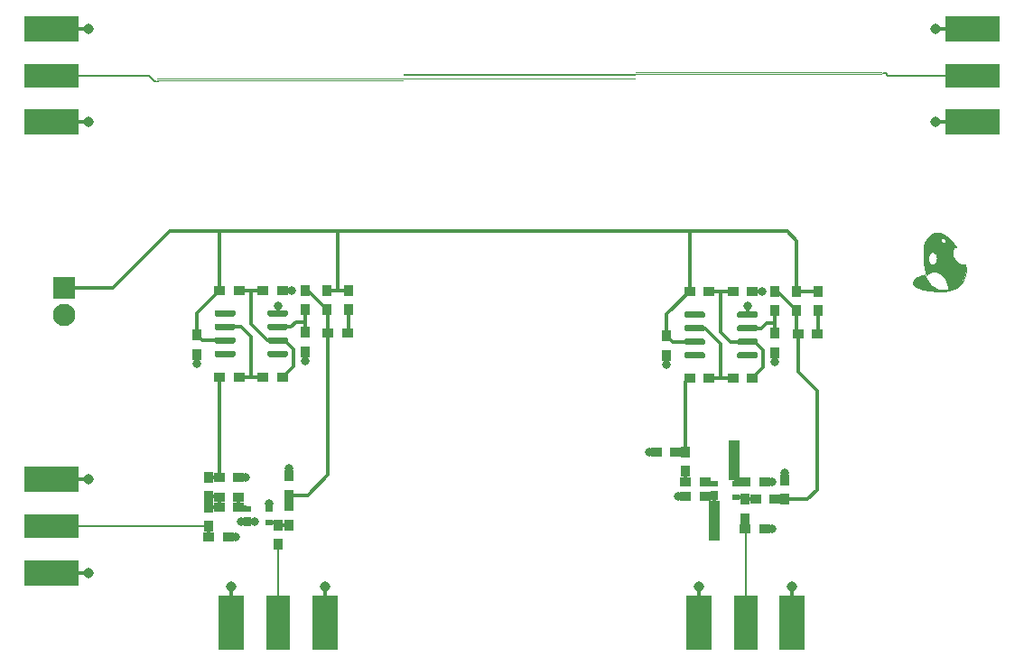
<source format=gbr>
%TF.GenerationSoftware,KiCad,Pcbnew,(5.1.6-0-10_14)*%
%TF.CreationDate,2021-11-23T23:31:24-06:00*%
%TF.ProjectId,EE514 Board (JLC),45453531-3420-4426-9f61-726420284a4c,rev?*%
%TF.SameCoordinates,Original*%
%TF.FileFunction,Copper,L1,Top*%
%TF.FilePolarity,Positive*%
%FSLAX46Y46*%
G04 Gerber Fmt 4.6, Leading zero omitted, Abs format (unit mm)*
G04 Created by KiCad (PCBNEW (5.1.6-0-10_14)) date 2021-11-23 23:31:24*
%MOMM*%
%LPD*%
G01*
G04 APERTURE LIST*
%TA.AperFunction,EtchedComponent*%
%ADD10C,0.010000*%
%TD*%
%TA.AperFunction,EtchedComponent*%
%ADD11C,0.100000*%
%TD*%
%TA.AperFunction,Conductor*%
%ADD12R,0.950000X0.460000*%
%TD*%
%TA.AperFunction,ViaPad*%
%ADD13C,0.970000*%
%TD*%
%TA.AperFunction,SMDPad,CuDef*%
%ADD14R,5.080000X2.420000*%
%TD*%
%TA.AperFunction,SMDPad,CuDef*%
%ADD15R,5.080000X2.290000*%
%TD*%
%TA.AperFunction,SMDPad,CuDef*%
%ADD16R,1.066800X3.810000*%
%TD*%
%TA.AperFunction,SMDPad,CuDef*%
%ADD17R,0.950000X0.975000*%
%TD*%
%TA.AperFunction,SMDPad,CuDef*%
%ADD18R,0.975000X0.950000*%
%TD*%
%TA.AperFunction,SMDPad,CuDef*%
%ADD19R,0.800000X0.600000*%
%TD*%
%TA.AperFunction,SMDPad,CuDef*%
%ADD20R,0.800000X0.900000*%
%TD*%
%TA.AperFunction,SMDPad,CuDef*%
%ADD21R,2.290000X5.080000*%
%TD*%
%TA.AperFunction,SMDPad,CuDef*%
%ADD22R,2.420000X5.080000*%
%TD*%
%TA.AperFunction,Conductor*%
%ADD23R,0.460000X0.950000*%
%TD*%
%TA.AperFunction,ComponentPad*%
%ADD24C,2.100000*%
%TD*%
%TA.AperFunction,ComponentPad*%
%ADD25R,2.100000X2.100000*%
%TD*%
%TA.AperFunction,SMDPad,CuDef*%
%ADD26R,0.076200X0.076200*%
%TD*%
%TA.AperFunction,ViaPad*%
%ADD27C,0.800000*%
%TD*%
%TA.AperFunction,Conductor*%
%ADD28C,0.304800*%
%TD*%
%TA.AperFunction,Conductor*%
%ADD29C,0.177800*%
%TD*%
%TA.AperFunction,Conductor*%
%ADD30C,0.355600*%
%TD*%
%TA.AperFunction,Conductor*%
%ADD31C,0.090170*%
%TD*%
G04 APERTURE END LIST*
D10*
%TO.C,G\u002A\u002A\u002A*%
G36*
X192818401Y-94559332D02*
G01*
X193069569Y-94646463D01*
X193326446Y-94784445D01*
X193586925Y-94972331D01*
X193848894Y-95209173D01*
X194110245Y-95494023D01*
X194126993Y-95513977D01*
X194215541Y-95621027D01*
X194289290Y-95712102D01*
X194341508Y-95778743D01*
X194365464Y-95812492D01*
X194366273Y-95814611D01*
X194343459Y-95834427D01*
X194287562Y-95863752D01*
X194280130Y-95867095D01*
X194211620Y-95914375D01*
X194141135Y-95988229D01*
X194117852Y-96020090D01*
X194080943Y-96081462D01*
X194058326Y-96140112D01*
X194046586Y-96212723D01*
X194042303Y-96315980D01*
X194041889Y-96390939D01*
X194043722Y-96519427D01*
X194052284Y-96612584D01*
X194072170Y-96691479D01*
X194107972Y-96777187D01*
X194140647Y-96843923D01*
X194271754Y-97056529D01*
X194429970Y-97230773D01*
X194609162Y-97362251D01*
X194803194Y-97446558D01*
X195005931Y-97479289D01*
X195025918Y-97479556D01*
X195209109Y-97479556D01*
X195243771Y-97641834D01*
X195268415Y-97809475D01*
X195278862Y-98000899D01*
X195275419Y-98196090D01*
X195258391Y-98375035D01*
X195230532Y-98509667D01*
X195127511Y-98759438D01*
X194971969Y-98993169D01*
X194766151Y-99208486D01*
X194512301Y-99403013D01*
X194234608Y-99563424D01*
X194146095Y-99603039D01*
X194032261Y-99647138D01*
X193908490Y-99690580D01*
X193790164Y-99728222D01*
X193692667Y-99754922D01*
X193631383Y-99765538D01*
X193629890Y-99765556D01*
X193619371Y-99739702D01*
X193608279Y-99671479D01*
X193598810Y-99574895D01*
X193597809Y-99560945D01*
X193555618Y-99300182D01*
X193463880Y-99051974D01*
X193332463Y-98826079D01*
X193142809Y-98592367D01*
X192923033Y-98405069D01*
X192715445Y-98282539D01*
X192481175Y-98188499D01*
X192264130Y-98145340D01*
X192066302Y-98152895D01*
X191889689Y-98210999D01*
X191736285Y-98319483D01*
X191689490Y-98368134D01*
X191600213Y-98469815D01*
X191569334Y-98390963D01*
X191527337Y-98264552D01*
X191482248Y-98096170D01*
X191437097Y-97899957D01*
X191394915Y-97690053D01*
X191358733Y-97480599D01*
X191331582Y-97285734D01*
X191330550Y-97276924D01*
X191311057Y-97056880D01*
X191304890Y-96923073D01*
X191742398Y-96923073D01*
X191758868Y-97104582D01*
X191806052Y-97258072D01*
X191878721Y-97378736D01*
X191971650Y-97461767D01*
X192079611Y-97502360D01*
X192197379Y-97495706D01*
X192309104Y-97444249D01*
X192418274Y-97340117D01*
X192498322Y-97199194D01*
X192546565Y-97034558D01*
X192560323Y-96859288D01*
X192536913Y-96686460D01*
X192490386Y-96560274D01*
X192404323Y-96432047D01*
X192303862Y-96353113D01*
X192195491Y-96320324D01*
X192085697Y-96330533D01*
X191980967Y-96380595D01*
X191887790Y-96467362D01*
X191812651Y-96587688D01*
X191762040Y-96738426D01*
X191742442Y-96916430D01*
X191742398Y-96923073D01*
X191304890Y-96923073D01*
X191299917Y-96815193D01*
X191296891Y-96565018D01*
X191301741Y-96319511D01*
X191314226Y-96091825D01*
X191334108Y-95895118D01*
X191358227Y-95755001D01*
X191450451Y-95434879D01*
X191571077Y-95160609D01*
X191594293Y-95125020D01*
X192902232Y-95125020D01*
X192908141Y-95214201D01*
X192959827Y-95312012D01*
X192994845Y-95351600D01*
X193085888Y-95417864D01*
X193182956Y-95449061D01*
X193270306Y-95442154D01*
X193316578Y-95413689D01*
X193341775Y-95357178D01*
X193349382Y-95272231D01*
X193338958Y-95184188D01*
X193321386Y-95135548D01*
X193276010Y-95084125D01*
X193209898Y-95038626D01*
X193095932Y-95001271D01*
X193002450Y-95009353D01*
X192935776Y-95053670D01*
X192902232Y-95125020D01*
X191594293Y-95125020D01*
X191719362Y-94933305D01*
X191894564Y-94754081D01*
X192095940Y-94624051D01*
X192120259Y-94612523D01*
X192341637Y-94541414D01*
X192575054Y-94524000D01*
X192818401Y-94559332D01*
G37*
X192818401Y-94559332D02*
X193069569Y-94646463D01*
X193326446Y-94784445D01*
X193586925Y-94972331D01*
X193848894Y-95209173D01*
X194110245Y-95494023D01*
X194126993Y-95513977D01*
X194215541Y-95621027D01*
X194289290Y-95712102D01*
X194341508Y-95778743D01*
X194365464Y-95812492D01*
X194366273Y-95814611D01*
X194343459Y-95834427D01*
X194287562Y-95863752D01*
X194280130Y-95867095D01*
X194211620Y-95914375D01*
X194141135Y-95988229D01*
X194117852Y-96020090D01*
X194080943Y-96081462D01*
X194058326Y-96140112D01*
X194046586Y-96212723D01*
X194042303Y-96315980D01*
X194041889Y-96390939D01*
X194043722Y-96519427D01*
X194052284Y-96612584D01*
X194072170Y-96691479D01*
X194107972Y-96777187D01*
X194140647Y-96843923D01*
X194271754Y-97056529D01*
X194429970Y-97230773D01*
X194609162Y-97362251D01*
X194803194Y-97446558D01*
X195005931Y-97479289D01*
X195025918Y-97479556D01*
X195209109Y-97479556D01*
X195243771Y-97641834D01*
X195268415Y-97809475D01*
X195278862Y-98000899D01*
X195275419Y-98196090D01*
X195258391Y-98375035D01*
X195230532Y-98509667D01*
X195127511Y-98759438D01*
X194971969Y-98993169D01*
X194766151Y-99208486D01*
X194512301Y-99403013D01*
X194234608Y-99563424D01*
X194146095Y-99603039D01*
X194032261Y-99647138D01*
X193908490Y-99690580D01*
X193790164Y-99728222D01*
X193692667Y-99754922D01*
X193631383Y-99765538D01*
X193629890Y-99765556D01*
X193619371Y-99739702D01*
X193608279Y-99671479D01*
X193598810Y-99574895D01*
X193597809Y-99560945D01*
X193555618Y-99300182D01*
X193463880Y-99051974D01*
X193332463Y-98826079D01*
X193142809Y-98592367D01*
X192923033Y-98405069D01*
X192715445Y-98282539D01*
X192481175Y-98188499D01*
X192264130Y-98145340D01*
X192066302Y-98152895D01*
X191889689Y-98210999D01*
X191736285Y-98319483D01*
X191689490Y-98368134D01*
X191600213Y-98469815D01*
X191569334Y-98390963D01*
X191527337Y-98264552D01*
X191482248Y-98096170D01*
X191437097Y-97899957D01*
X191394915Y-97690053D01*
X191358733Y-97480599D01*
X191331582Y-97285734D01*
X191330550Y-97276924D01*
X191311057Y-97056880D01*
X191304890Y-96923073D01*
X191742398Y-96923073D01*
X191758868Y-97104582D01*
X191806052Y-97258072D01*
X191878721Y-97378736D01*
X191971650Y-97461767D01*
X192079611Y-97502360D01*
X192197379Y-97495706D01*
X192309104Y-97444249D01*
X192418274Y-97340117D01*
X192498322Y-97199194D01*
X192546565Y-97034558D01*
X192560323Y-96859288D01*
X192536913Y-96686460D01*
X192490386Y-96560274D01*
X192404323Y-96432047D01*
X192303862Y-96353113D01*
X192195491Y-96320324D01*
X192085697Y-96330533D01*
X191980967Y-96380595D01*
X191887790Y-96467362D01*
X191812651Y-96587688D01*
X191762040Y-96738426D01*
X191742442Y-96916430D01*
X191742398Y-96923073D01*
X191304890Y-96923073D01*
X191299917Y-96815193D01*
X191296891Y-96565018D01*
X191301741Y-96319511D01*
X191314226Y-96091825D01*
X191334108Y-95895118D01*
X191358227Y-95755001D01*
X191450451Y-95434879D01*
X191571077Y-95160609D01*
X191594293Y-95125020D01*
X192902232Y-95125020D01*
X192908141Y-95214201D01*
X192959827Y-95312012D01*
X192994845Y-95351600D01*
X193085888Y-95417864D01*
X193182956Y-95449061D01*
X193270306Y-95442154D01*
X193316578Y-95413689D01*
X193341775Y-95357178D01*
X193349382Y-95272231D01*
X193338958Y-95184188D01*
X193321386Y-95135548D01*
X193276010Y-95084125D01*
X193209898Y-95038626D01*
X193095932Y-95001271D01*
X193002450Y-95009353D01*
X192935776Y-95053670D01*
X192902232Y-95125020D01*
X191594293Y-95125020D01*
X191719362Y-94933305D01*
X191894564Y-94754081D01*
X192095940Y-94624051D01*
X192120259Y-94612523D01*
X192341637Y-94541414D01*
X192575054Y-94524000D01*
X192818401Y-94559332D01*
G36*
X191428768Y-98474008D02*
G01*
X191456313Y-98539733D01*
X191494035Y-98630307D01*
X191498065Y-98640009D01*
X191645115Y-98941542D01*
X191819532Y-99207540D01*
X192016813Y-99432636D01*
X192232455Y-99611462D01*
X192393309Y-99706935D01*
X192553528Y-99780200D01*
X192702468Y-99830629D01*
X192855907Y-99861112D01*
X193029625Y-99874540D01*
X193239398Y-99873804D01*
X193294000Y-99871951D01*
X193461206Y-99863497D01*
X193591895Y-99850575D01*
X193705981Y-99829867D01*
X193823381Y-99798054D01*
X193914889Y-99768512D01*
X194248964Y-99630533D01*
X194549383Y-99450359D01*
X194825709Y-99222100D01*
X194866888Y-99182145D01*
X194967403Y-99084746D01*
X195031020Y-99028780D01*
X195058171Y-99014851D01*
X195049287Y-99043565D01*
X195004800Y-99115525D01*
X194925141Y-99231337D01*
X194913633Y-99247652D01*
X194734820Y-99452448D01*
X194509229Y-99628514D01*
X194239451Y-99774478D01*
X193928078Y-99888968D01*
X193577704Y-99970611D01*
X193533889Y-99978018D01*
X193411756Y-99992237D01*
X193248176Y-100003345D01*
X193058073Y-100011071D01*
X192856372Y-100015141D01*
X192658000Y-100015285D01*
X192477880Y-100011231D01*
X192330939Y-100002706D01*
X192306222Y-100000377D01*
X192125573Y-99979385D01*
X191922248Y-99951746D01*
X191710384Y-99919752D01*
X191504118Y-99885693D01*
X191317587Y-99851860D01*
X191164928Y-99820544D01*
X191098168Y-99804616D01*
X190841389Y-99724317D01*
X190633637Y-99629741D01*
X190475979Y-99522433D01*
X190369482Y-99403938D01*
X190315213Y-99275801D01*
X190314239Y-99139566D01*
X190367626Y-98996778D01*
X190454923Y-98873300D01*
X190590379Y-98752396D01*
X190776859Y-98644699D01*
X191010015Y-98552475D01*
X191150245Y-98510854D01*
X191262983Y-98481390D01*
X191352373Y-98459368D01*
X191406503Y-98447648D01*
X191417118Y-98446780D01*
X191428768Y-98474008D01*
G37*
X191428768Y-98474008D02*
X191456313Y-98539733D01*
X191494035Y-98630307D01*
X191498065Y-98640009D01*
X191645115Y-98941542D01*
X191819532Y-99207540D01*
X192016813Y-99432636D01*
X192232455Y-99611462D01*
X192393309Y-99706935D01*
X192553528Y-99780200D01*
X192702468Y-99830629D01*
X192855907Y-99861112D01*
X193029625Y-99874540D01*
X193239398Y-99873804D01*
X193294000Y-99871951D01*
X193461206Y-99863497D01*
X193591895Y-99850575D01*
X193705981Y-99829867D01*
X193823381Y-99798054D01*
X193914889Y-99768512D01*
X194248964Y-99630533D01*
X194549383Y-99450359D01*
X194825709Y-99222100D01*
X194866888Y-99182145D01*
X194967403Y-99084746D01*
X195031020Y-99028780D01*
X195058171Y-99014851D01*
X195049287Y-99043565D01*
X195004800Y-99115525D01*
X194925141Y-99231337D01*
X194913633Y-99247652D01*
X194734820Y-99452448D01*
X194509229Y-99628514D01*
X194239451Y-99774478D01*
X193928078Y-99888968D01*
X193577704Y-99970611D01*
X193533889Y-99978018D01*
X193411756Y-99992237D01*
X193248176Y-100003345D01*
X193058073Y-100011071D01*
X192856372Y-100015141D01*
X192658000Y-100015285D01*
X192477880Y-100011231D01*
X192330939Y-100002706D01*
X192306222Y-100000377D01*
X192125573Y-99979385D01*
X191922248Y-99951746D01*
X191710384Y-99919752D01*
X191504118Y-99885693D01*
X191317587Y-99851860D01*
X191164928Y-99820544D01*
X191098168Y-99804616D01*
X190841389Y-99724317D01*
X190633637Y-99629741D01*
X190475979Y-99522433D01*
X190369482Y-99403938D01*
X190315213Y-99275801D01*
X190314239Y-99139566D01*
X190367626Y-98996778D01*
X190454923Y-98873300D01*
X190590379Y-98752396D01*
X190776859Y-98644699D01*
X191010015Y-98552475D01*
X191150245Y-98510854D01*
X191262983Y-98481390D01*
X191352373Y-98459368D01*
X191406503Y-98447648D01*
X191417118Y-98446780D01*
X191428768Y-98474008D01*
D11*
%TO.C,FL101*%
G36*
X142582899Y-80219551D02*
G01*
X142582900Y-80308450D01*
X119468900Y-80308451D01*
X119468900Y-80219550D01*
X142582899Y-80219551D01*
G37*
G36*
X187464699Y-79475331D02*
G01*
X187464700Y-79564230D01*
X164350700Y-79564231D01*
X164350700Y-79475330D01*
X187464699Y-79475331D01*
G37*
G36*
X187464699Y-79653131D02*
G01*
X187464700Y-79742030D01*
X164350700Y-79742031D01*
X164350700Y-79653130D01*
X187464699Y-79653131D01*
G37*
G36*
X164350700Y-79644239D02*
G01*
X164350701Y-79750919D01*
X142582901Y-79750919D01*
X142582901Y-79644239D01*
X164350700Y-79644239D01*
G37*
G36*
X164350699Y-80032860D02*
G01*
X164350700Y-80139540D01*
X142582900Y-80139540D01*
X142582900Y-80032860D01*
X164350699Y-80032860D01*
G37*
G36*
X142582899Y-80041751D02*
G01*
X142582900Y-80130650D01*
X119468900Y-80130651D01*
X119468900Y-80041750D01*
X142582899Y-80041751D01*
G37*
%TD*%
D12*
%TO.N,GND*%
%TO.C,J102*%
X112533000Y-84136000D03*
X112533000Y-75376000D03*
D13*
X112983000Y-84136000D03*
X112983000Y-75376000D03*
D14*
%TD*%
%TO.P,J102,2*%
%TO.N,GND*%
X109543000Y-84136000D03*
%TO.P,J102,2*%
%TO.N,GND*%
X109543000Y-75376000D03*
D15*
%TO.P,J102,1*%
%TO.N,Net-(FL101-Pad1)*%
X109543000Y-79756000D03*
%TD*%
D16*
%TO.P,C503,1*%
%TO.N,Net-(C503-Pad1)*%
X173583600Y-115849400D03*
%TD*%
%TO.P,C502,1*%
%TO.N,Net-(C502-Pad1)*%
X171704000Y-121539000D03*
%TD*%
D17*
%TO.P,C403,2*%
%TO.N,+5V*%
X167233600Y-104192700D03*
%TO.P,C403,1*%
%TO.N,GND*%
X167233600Y-106017700D03*
%TD*%
%TO.P,C203,2*%
%TO.N,+5V*%
X123190000Y-104116500D03*
%TO.P,C203,1*%
%TO.N,GND*%
X123190000Y-105941500D03*
%TD*%
%TO.P,U401,1*%
%TO.N,Net-(U401-Pad1)*%
%TA.AperFunction,SMDPad,CuDef*%
G36*
G01*
X175771000Y-105871800D02*
X175771000Y-106171800D01*
G75*
G02*
X175621000Y-106321800I-150000J0D01*
G01*
X173971000Y-106321800D01*
G75*
G02*
X173821000Y-106171800I0J150000D01*
G01*
X173821000Y-105871800D01*
G75*
G02*
X173971000Y-105721800I150000J0D01*
G01*
X175621000Y-105721800D01*
G75*
G02*
X175771000Y-105871800I0J-150000D01*
G01*
G37*
%TD.AperFunction*%
%TO.P,U401,2*%
%TO.N,Net-(C401-Pad2)*%
%TA.AperFunction,SMDPad,CuDef*%
G36*
G01*
X175771000Y-104601800D02*
X175771000Y-104901800D01*
G75*
G02*
X175621000Y-105051800I-150000J0D01*
G01*
X173971000Y-105051800D01*
G75*
G02*
X173821000Y-104901800I0J150000D01*
G01*
X173821000Y-104601800D01*
G75*
G02*
X173971000Y-104451800I150000J0D01*
G01*
X175621000Y-104451800D01*
G75*
G02*
X175771000Y-104601800I0J-150000D01*
G01*
G37*
%TD.AperFunction*%
%TO.P,U401,3*%
%TO.N,Net-(R403-Pad1)*%
%TA.AperFunction,SMDPad,CuDef*%
G36*
G01*
X175771000Y-103331800D02*
X175771000Y-103631800D01*
G75*
G02*
X175621000Y-103781800I-150000J0D01*
G01*
X173971000Y-103781800D01*
G75*
G02*
X173821000Y-103631800I0J150000D01*
G01*
X173821000Y-103331800D01*
G75*
G02*
X173971000Y-103181800I150000J0D01*
G01*
X175621000Y-103181800D01*
G75*
G02*
X175771000Y-103331800I0J-150000D01*
G01*
G37*
%TD.AperFunction*%
%TO.P,U401,4*%
%TO.N,GND*%
%TA.AperFunction,SMDPad,CuDef*%
G36*
G01*
X175771000Y-102061800D02*
X175771000Y-102361800D01*
G75*
G02*
X175621000Y-102511800I-150000J0D01*
G01*
X173971000Y-102511800D01*
G75*
G02*
X173821000Y-102361800I0J150000D01*
G01*
X173821000Y-102061800D01*
G75*
G02*
X173971000Y-101911800I150000J0D01*
G01*
X175621000Y-101911800D01*
G75*
G02*
X175771000Y-102061800I0J-150000D01*
G01*
G37*
%TD.AperFunction*%
%TO.P,U401,5*%
%TO.N,Net-(U401-Pad5)*%
%TA.AperFunction,SMDPad,CuDef*%
G36*
G01*
X170821000Y-102061800D02*
X170821000Y-102361800D01*
G75*
G02*
X170671000Y-102511800I-150000J0D01*
G01*
X169021000Y-102511800D01*
G75*
G02*
X168871000Y-102361800I0J150000D01*
G01*
X168871000Y-102061800D01*
G75*
G02*
X169021000Y-101911800I150000J0D01*
G01*
X170671000Y-101911800D01*
G75*
G02*
X170821000Y-102061800I0J-150000D01*
G01*
G37*
%TD.AperFunction*%
%TO.P,U401,6*%
%TO.N,Net-(C401-Pad1)*%
%TA.AperFunction,SMDPad,CuDef*%
G36*
G01*
X170821000Y-103331800D02*
X170821000Y-103631800D01*
G75*
G02*
X170671000Y-103781800I-150000J0D01*
G01*
X169021000Y-103781800D01*
G75*
G02*
X168871000Y-103631800I0J150000D01*
G01*
X168871000Y-103331800D01*
G75*
G02*
X169021000Y-103181800I150000J0D01*
G01*
X170671000Y-103181800D01*
G75*
G02*
X170821000Y-103331800I0J-150000D01*
G01*
G37*
%TD.AperFunction*%
%TO.P,U401,7*%
%TO.N,+5V*%
%TA.AperFunction,SMDPad,CuDef*%
G36*
G01*
X170821000Y-104601800D02*
X170821000Y-104901800D01*
G75*
G02*
X170671000Y-105051800I-150000J0D01*
G01*
X169021000Y-105051800D01*
G75*
G02*
X168871000Y-104901800I0J150000D01*
G01*
X168871000Y-104601800D01*
G75*
G02*
X169021000Y-104451800I150000J0D01*
G01*
X170671000Y-104451800D01*
G75*
G02*
X170821000Y-104601800I0J-150000D01*
G01*
G37*
%TD.AperFunction*%
%TO.P,U401,8*%
%TO.N,Net-(U401-Pad8)*%
%TA.AperFunction,SMDPad,CuDef*%
G36*
G01*
X170821000Y-105871800D02*
X170821000Y-106171800D01*
G75*
G02*
X170671000Y-106321800I-150000J0D01*
G01*
X169021000Y-106321800D01*
G75*
G02*
X168871000Y-106171800I0J150000D01*
G01*
X168871000Y-105871800D01*
G75*
G02*
X169021000Y-105721800I150000J0D01*
G01*
X170671000Y-105721800D01*
G75*
G02*
X170821000Y-105871800I0J-150000D01*
G01*
G37*
%TD.AperFunction*%
%TD*%
%TO.P,U201,8*%
%TO.N,Net-(U201-Pad8)*%
%TA.AperFunction,SMDPad,CuDef*%
G36*
G01*
X126777400Y-105726800D02*
X126777400Y-106026800D01*
G75*
G02*
X126627400Y-106176800I-150000J0D01*
G01*
X124977400Y-106176800D01*
G75*
G02*
X124827400Y-106026800I0J150000D01*
G01*
X124827400Y-105726800D01*
G75*
G02*
X124977400Y-105576800I150000J0D01*
G01*
X126627400Y-105576800D01*
G75*
G02*
X126777400Y-105726800I0J-150000D01*
G01*
G37*
%TD.AperFunction*%
%TO.P,U201,7*%
%TO.N,+5V*%
%TA.AperFunction,SMDPad,CuDef*%
G36*
G01*
X126777400Y-104456800D02*
X126777400Y-104756800D01*
G75*
G02*
X126627400Y-104906800I-150000J0D01*
G01*
X124977400Y-104906800D01*
G75*
G02*
X124827400Y-104756800I0J150000D01*
G01*
X124827400Y-104456800D01*
G75*
G02*
X124977400Y-104306800I150000J0D01*
G01*
X126627400Y-104306800D01*
G75*
G02*
X126777400Y-104456800I0J-150000D01*
G01*
G37*
%TD.AperFunction*%
%TO.P,U201,6*%
%TO.N,Net-(C201-Pad1)*%
%TA.AperFunction,SMDPad,CuDef*%
G36*
G01*
X126777400Y-103186800D02*
X126777400Y-103486800D01*
G75*
G02*
X126627400Y-103636800I-150000J0D01*
G01*
X124977400Y-103636800D01*
G75*
G02*
X124827400Y-103486800I0J150000D01*
G01*
X124827400Y-103186800D01*
G75*
G02*
X124977400Y-103036800I150000J0D01*
G01*
X126627400Y-103036800D01*
G75*
G02*
X126777400Y-103186800I0J-150000D01*
G01*
G37*
%TD.AperFunction*%
%TO.P,U201,5*%
%TO.N,Net-(U201-Pad5)*%
%TA.AperFunction,SMDPad,CuDef*%
G36*
G01*
X126777400Y-101916800D02*
X126777400Y-102216800D01*
G75*
G02*
X126627400Y-102366800I-150000J0D01*
G01*
X124977400Y-102366800D01*
G75*
G02*
X124827400Y-102216800I0J150000D01*
G01*
X124827400Y-101916800D01*
G75*
G02*
X124977400Y-101766800I150000J0D01*
G01*
X126627400Y-101766800D01*
G75*
G02*
X126777400Y-101916800I0J-150000D01*
G01*
G37*
%TD.AperFunction*%
%TO.P,U201,4*%
%TO.N,GND*%
%TA.AperFunction,SMDPad,CuDef*%
G36*
G01*
X131727400Y-101916800D02*
X131727400Y-102216800D01*
G75*
G02*
X131577400Y-102366800I-150000J0D01*
G01*
X129927400Y-102366800D01*
G75*
G02*
X129777400Y-102216800I0J150000D01*
G01*
X129777400Y-101916800D01*
G75*
G02*
X129927400Y-101766800I150000J0D01*
G01*
X131577400Y-101766800D01*
G75*
G02*
X131727400Y-101916800I0J-150000D01*
G01*
G37*
%TD.AperFunction*%
%TO.P,U201,3*%
%TO.N,Net-(R203-Pad1)*%
%TA.AperFunction,SMDPad,CuDef*%
G36*
G01*
X131727400Y-103186800D02*
X131727400Y-103486800D01*
G75*
G02*
X131577400Y-103636800I-150000J0D01*
G01*
X129927400Y-103636800D01*
G75*
G02*
X129777400Y-103486800I0J150000D01*
G01*
X129777400Y-103186800D01*
G75*
G02*
X129927400Y-103036800I150000J0D01*
G01*
X131577400Y-103036800D01*
G75*
G02*
X131727400Y-103186800I0J-150000D01*
G01*
G37*
%TD.AperFunction*%
%TO.P,U201,2*%
%TO.N,Net-(C201-Pad2)*%
%TA.AperFunction,SMDPad,CuDef*%
G36*
G01*
X131727400Y-104456800D02*
X131727400Y-104756800D01*
G75*
G02*
X131577400Y-104906800I-150000J0D01*
G01*
X129927400Y-104906800D01*
G75*
G02*
X129777400Y-104756800I0J150000D01*
G01*
X129777400Y-104456800D01*
G75*
G02*
X129927400Y-104306800I150000J0D01*
G01*
X131577400Y-104306800D01*
G75*
G02*
X131727400Y-104456800I0J-150000D01*
G01*
G37*
%TD.AperFunction*%
%TO.P,U201,1*%
%TO.N,Net-(U201-Pad1)*%
%TA.AperFunction,SMDPad,CuDef*%
G36*
G01*
X131727400Y-105726800D02*
X131727400Y-106026800D01*
G75*
G02*
X131577400Y-106176800I-150000J0D01*
G01*
X129927400Y-106176800D01*
G75*
G02*
X129777400Y-106026800I0J150000D01*
G01*
X129777400Y-105726800D01*
G75*
G02*
X129927400Y-105576800I150000J0D01*
G01*
X131577400Y-105576800D01*
G75*
G02*
X131727400Y-105726800I0J-150000D01*
G01*
G37*
%TD.AperFunction*%
%TD*%
%TO.P,R501,2*%
%TO.N,/Oscillator/V_BASE_BIAS*%
X169011600Y-115089300D03*
%TO.P,R501,1*%
%TO.N,Net-(L501-Pad1)*%
X169011600Y-116914300D03*
%TD*%
%TO.P,R407,2*%
%TO.N,/Oscillator/V_BASE_COLLECTOR*%
X179425600Y-101826700D03*
%TO.P,R407,1*%
%TO.N,+5V*%
X179425600Y-100001700D03*
%TD*%
%TO.P,R406,2*%
%TO.N,Net-(C402-Pad2)*%
X181457600Y-101826700D03*
%TO.P,R406,1*%
%TO.N,+5V*%
X181457600Y-100001700D03*
%TD*%
D18*
%TO.P,R405,2*%
%TO.N,Net-(C401-Pad1)*%
X171194100Y-108153200D03*
%TO.P,R405,1*%
%TO.N,/Oscillator/V_BASE_BIAS*%
X169369100Y-108153200D03*
%TD*%
D17*
%TO.P,R404,2*%
%TO.N,Net-(R403-Pad1)*%
X177393600Y-101826700D03*
%TO.P,R404,1*%
%TO.N,/Oscillator/V_BASE_COLLECTOR*%
X177393600Y-100001700D03*
%TD*%
%TO.P,R403,2*%
%TO.N,GND*%
X177393600Y-105763700D03*
%TO.P,R403,1*%
%TO.N,Net-(R403-Pad1)*%
X177393600Y-103938700D03*
%TD*%
D18*
%TO.P,R402,2*%
%TO.N,GND*%
X175258100Y-100025200D03*
%TO.P,R402,1*%
%TO.N,Net-(C401-Pad2)*%
X173433100Y-100025200D03*
%TD*%
%TO.P,R401,2*%
%TO.N,Net-(C401-Pad2)*%
X171194100Y-100025200D03*
%TO.P,R401,1*%
%TO.N,+5V*%
X169369100Y-100025200D03*
%TD*%
%TO.P,R301,1*%
%TO.N,Net-(C303-Pad1)*%
X127074300Y-119303800D03*
%TO.P,R301,2*%
%TO.N,Net-(C301-Pad1)*%
X125249300Y-119303800D03*
%TD*%
D17*
%TO.P,R207,1*%
%TO.N,+5V*%
X135382000Y-99925500D03*
%TO.P,R207,2*%
%TO.N,/Amplifier/V_BIAS_COLLECTOR*%
X135382000Y-101750500D03*
%TD*%
%TO.P,R206,1*%
%TO.N,+5V*%
X137414000Y-99925500D03*
%TO.P,R206,2*%
%TO.N,Net-(C202-Pad2)*%
X137414000Y-101750500D03*
%TD*%
D18*
%TO.P,R205,1*%
%TO.N,/Amplifier/V_BIAS_BASE*%
X125325500Y-108077000D03*
%TO.P,R205,2*%
%TO.N,Net-(C201-Pad1)*%
X127150500Y-108077000D03*
%TD*%
D17*
%TO.P,R204,1*%
%TO.N,/Amplifier/V_BIAS_COLLECTOR*%
X133350000Y-99925500D03*
%TO.P,R204,2*%
%TO.N,Net-(R203-Pad1)*%
X133350000Y-101750500D03*
%TD*%
%TO.P,R203,1*%
%TO.N,Net-(R203-Pad1)*%
X133350000Y-103862500D03*
%TO.P,R203,2*%
%TO.N,GND*%
X133350000Y-105687500D03*
%TD*%
D18*
%TO.P,R202,1*%
%TO.N,Net-(C201-Pad2)*%
X129389500Y-99949000D03*
%TO.P,R202,2*%
%TO.N,GND*%
X131214500Y-99949000D03*
%TD*%
%TO.P,R201,1*%
%TO.N,+5V*%
X125325500Y-99949000D03*
%TO.P,R201,2*%
%TO.N,Net-(C201-Pad2)*%
X127150500Y-99949000D03*
%TD*%
D19*
%TO.P,Q501,4*%
%TO.N,Net-(C503-Pad1)*%
X173730000Y-118044200D03*
%TO.P,Q501,3*%
%TO.N,Net-(C505-Pad2)*%
X173730000Y-119344200D03*
%TO.P,Q501,1*%
%TO.N,Net-(L501-Pad2)*%
X171710000Y-118044200D03*
D20*
%TO.P,Q501,2*%
%TO.N,Net-(C502-Pad1)*%
X171710000Y-119194200D03*
%TD*%
%TO.P,Q301,2*%
%TO.N,GND*%
X127951800Y-121577600D03*
D19*
%TO.P,Q301,1*%
%TO.N,Net-(C303-Pad1)*%
X127951800Y-120427600D03*
%TO.P,Q301,3*%
%TO.N,Net-(C304-Pad2)*%
X129971800Y-121727600D03*
%TO.P,Q301,4*%
%TO.N,GND*%
X129971800Y-120427600D03*
%TD*%
D18*
%TO.P,L505,2*%
%TO.N,GND*%
X176426500Y-122301000D03*
%TO.P,L505,1*%
%TO.N,/Oscillator/RF_OUT*%
X174601500Y-122301000D03*
%TD*%
%TO.P,L504,2*%
%TO.N,/Oscillator/V_BASE_COLLECTOR*%
X177366300Y-119532400D03*
%TO.P,L504,1*%
%TO.N,Net-(C505-Pad2)*%
X175541300Y-119532400D03*
%TD*%
%TO.P,L503,2*%
%TO.N,GND*%
X176424600Y-117856000D03*
%TO.P,L503,1*%
%TO.N,Net-(C503-Pad1)*%
X174599600Y-117856000D03*
%TD*%
%TO.P,L502,2*%
%TO.N,GND*%
X169013500Y-119227600D03*
%TO.P,L502,1*%
%TO.N,Net-(C502-Pad1)*%
X170838500Y-119227600D03*
%TD*%
%TO.P,L501,2*%
%TO.N,Net-(L501-Pad2)*%
X170838500Y-117856000D03*
%TO.P,L501,1*%
%TO.N,Net-(L501-Pad1)*%
X169013500Y-117856000D03*
%TD*%
D17*
%TO.P,L303,1*%
%TO.N,Net-(C304-Pad2)*%
X131775200Y-121918100D03*
%TO.P,L303,2*%
%TO.N,/Amplifier/V_BIAS_COLLECTOR*%
X131775200Y-120093100D03*
%TD*%
%TO.P,L302,1*%
%TO.N,Net-(C301-Pad1)*%
X124307600Y-119276500D03*
%TO.P,L302,2*%
%TO.N,/Amplifier/V_BIAS_BASE*%
X124307600Y-117451500D03*
%TD*%
D18*
%TO.P,L301,1*%
%TO.N,/Amplifier/RF_IN*%
X124309500Y-123012200D03*
%TO.P,L301,2*%
%TO.N,GND*%
X126134500Y-123012200D03*
%TD*%
D21*
%TO.P,J106,1*%
%TO.N,/Oscillator/RF_OUT*%
X174625000Y-131133000D03*
D22*
%TO.P,J106,2*%
%TO.N,GND*%
X170245000Y-131133000D03*
X179005000Y-131133000D03*
D13*
%TD*%
%TO.N,GND*%
%TO.C,J106*%
X170245000Y-127693000D03*
%TO.N,GND*%
%TO.C,J106*%
X179005000Y-127693000D03*
D23*
X170245000Y-128143000D03*
X179005000Y-128143000D03*
%TD*%
D21*
%TO.P,J105,1*%
%TO.N,/Amplifier/RF_OUT*%
X130810000Y-131133000D03*
D22*
%TO.P,J105,2*%
%TO.N,GND*%
X126430000Y-131133000D03*
X135190000Y-131133000D03*
D13*
%TD*%
%TO.N,GND*%
%TO.C,J105*%
X126430000Y-127693000D03*
%TO.N,GND*%
%TO.C,J105*%
X135190000Y-127693000D03*
D23*
X126430000Y-128143000D03*
X135190000Y-128143000D03*
%TD*%
D12*
%TO.N,GND*%
%TO.C,J104*%
X192913000Y-75376000D03*
X192913000Y-84136000D03*
D13*
X192463000Y-75376000D03*
X192463000Y-84136000D03*
D14*
%TD*%
%TO.P,J104,2*%
%TO.N,GND*%
X195903000Y-75376000D03*
%TO.P,J104,2*%
%TO.N,GND*%
X195903000Y-84136000D03*
D15*
%TO.P,J104,1*%
%TO.N,Net-(FL101-Pad2)*%
X195903000Y-79756000D03*
%TD*%
%TO.P,J103,1*%
%TO.N,/Amplifier/RF_IN*%
X109543000Y-122047000D03*
D14*
%TO.P,J103,2*%
%TO.N,GND*%
X109543000Y-117667000D03*
X109543000Y-126427000D03*
D13*
%TD*%
%TO.N,GND*%
%TO.C,J103*%
X112983000Y-117667000D03*
%TO.N,GND*%
%TO.C,J103*%
X112983000Y-126427000D03*
D12*
X112533000Y-117667000D03*
X112533000Y-126427000D03*
%TD*%
D24*
%TO.P,J101,2*%
%TO.N,GND*%
X110744000Y-102235000D03*
D25*
%TO.P,J101,1*%
%TO.N,+5V*%
X110744000Y-99695000D03*
%TD*%
D26*
%TO.P,FL101,2*%
%TO.N,Net-(FL101-Pad2)*%
X187426600Y-79519780D03*
%TO.P,FL101,1*%
%TO.N,Net-(FL101-Pad1)*%
X119507000Y-80264000D03*
%TD*%
D17*
%TO.P,C505,1*%
%TO.N,/Oscillator/RF_OUT*%
X174599600Y-121359300D03*
%TO.P,C505,2*%
%TO.N,Net-(C505-Pad2)*%
X174599600Y-119534300D03*
%TD*%
%TO.P,C504,1*%
%TO.N,GND*%
X178308000Y-117705500D03*
%TO.P,C504,2*%
%TO.N,/Oscillator/V_BASE_COLLECTOR*%
X178308000Y-119530500D03*
%TD*%
D18*
%TO.P,C501,1*%
%TO.N,GND*%
X166244900Y-115062000D03*
%TO.P,C501,2*%
%TO.N,/Oscillator/V_BASE_BIAS*%
X168069900Y-115062000D03*
%TD*%
%TO.P,C402,1*%
%TO.N,/Oscillator/V_BASE_COLLECTOR*%
X179529100Y-103962200D03*
%TO.P,C402,2*%
%TO.N,Net-(C402-Pad2)*%
X181354100Y-103962200D03*
%TD*%
%TO.P,C401,1*%
%TO.N,Net-(C401-Pad1)*%
X173433100Y-108153200D03*
%TO.P,C401,2*%
%TO.N,Net-(C401-Pad2)*%
X175258100Y-108153200D03*
%TD*%
D17*
%TO.P,C305,2*%
%TO.N,/Amplifier/V_BIAS_COLLECTOR*%
X131775200Y-119124100D03*
%TO.P,C305,1*%
%TO.N,GND*%
X131775200Y-117299100D03*
%TD*%
%TO.P,C304,2*%
%TO.N,Net-(C304-Pad2)*%
X130835400Y-121921900D03*
%TO.P,C304,1*%
%TO.N,/Amplifier/RF_OUT*%
X130835400Y-123746900D03*
%TD*%
D18*
%TO.P,C303,2*%
%TO.N,Net-(C301-Pad1)*%
X125249300Y-120243600D03*
%TO.P,C303,1*%
%TO.N,Net-(C303-Pad1)*%
X127074300Y-120243600D03*
%TD*%
%TO.P,C302,2*%
%TO.N,/Amplifier/V_BIAS_BASE*%
X125249300Y-117449600D03*
%TO.P,C302,1*%
%TO.N,GND*%
X127074300Y-117449600D03*
%TD*%
D17*
%TO.P,C301,2*%
%TO.N,/Amplifier/RF_IN*%
X124307600Y-122070500D03*
%TO.P,C301,1*%
%TO.N,Net-(C301-Pad1)*%
X124307600Y-120245500D03*
%TD*%
D18*
%TO.P,C202,2*%
%TO.N,Net-(C202-Pad2)*%
X137310500Y-103886000D03*
%TO.P,C202,1*%
%TO.N,/Amplifier/V_BIAS_COLLECTOR*%
X135485500Y-103886000D03*
%TD*%
%TO.P,C201,2*%
%TO.N,Net-(C201-Pad2)*%
X131214500Y-108077000D03*
%TO.P,C201,1*%
%TO.N,Net-(C201-Pad1)*%
X129389500Y-108077000D03*
%TD*%
D27*
%TO.N,GND*%
X127787400Y-117449600D03*
X129971800Y-119913400D03*
X128574800Y-121589800D03*
X127330200Y-121589800D03*
X126822200Y-123012200D03*
X131775200Y-116586000D03*
X165557200Y-115062000D03*
X168325800Y-119227600D03*
X177114200Y-122301000D03*
X177114200Y-117856000D03*
X178308000Y-117017800D03*
X167233600Y-106908600D03*
X174828200Y-101396800D03*
X176149000Y-100025200D03*
X177393600Y-106654600D03*
X123190000Y-106832400D03*
X130759200Y-101371400D03*
X132105400Y-99949000D03*
X133350000Y-106578400D03*
%TD*%
D28*
%TO.N,Net-(C201-Pad2)*%
X129777400Y-104606800D02*
X128270000Y-103099400D01*
X130752400Y-104606800D02*
X129777400Y-104606800D01*
X128270000Y-99949000D02*
X129389500Y-99949000D01*
X128270000Y-103099400D02*
X128270000Y-99949000D01*
X127150500Y-99949000D02*
X128270000Y-99949000D01*
X131403800Y-104606800D02*
X130752400Y-104606800D01*
X132207000Y-105410000D02*
X131403800Y-104606800D01*
X132207000Y-107084500D02*
X132207000Y-105410000D01*
X131214500Y-108077000D02*
X132207000Y-107084500D01*
%TO.N,Net-(C201-Pad1)*%
X128270000Y-108077000D02*
X129389500Y-108077000D01*
X127150500Y-108077000D02*
X128270000Y-108077000D01*
X128270000Y-104267000D02*
X128270000Y-108077000D01*
X127339800Y-103336800D02*
X128270000Y-104267000D01*
X125802400Y-103336800D02*
X127339800Y-103336800D01*
%TO.N,Net-(C202-Pad2)*%
X137414000Y-103782500D02*
X137310500Y-103886000D01*
X137414000Y-101750500D02*
X137414000Y-103782500D01*
%TO.N,/Amplifier/V_BIAS_COLLECTOR*%
X131775200Y-120093100D02*
X131775200Y-119124100D01*
X133557000Y-99925500D02*
X135382000Y-101750500D01*
X133350000Y-99925500D02*
X133557000Y-99925500D01*
X135485500Y-101854000D02*
X135382000Y-101750500D01*
X135485500Y-103886000D02*
X135485500Y-101854000D01*
X131775200Y-119124100D02*
X133605900Y-119124100D01*
X135485500Y-117244500D02*
X135485500Y-103886000D01*
X133605900Y-119124100D02*
X135485500Y-117244500D01*
%TO.N,/Amplifier/RF_IN*%
X124307600Y-123010300D02*
X124309500Y-123012200D01*
X124307600Y-122070500D02*
X124307600Y-123010300D01*
D29*
X124284100Y-122047000D02*
X124307600Y-122070500D01*
X109543000Y-122047000D02*
X124284100Y-122047000D01*
D28*
%TO.N,Net-(C301-Pad1)*%
X125222000Y-119276500D02*
X125249300Y-119303800D01*
X124307600Y-119276500D02*
X125222000Y-119276500D01*
X125247400Y-120245500D02*
X125249300Y-120243600D01*
X124307600Y-120245500D02*
X125247400Y-120245500D01*
X125249300Y-120243600D02*
X125249300Y-119303800D01*
%TO.N,/Amplifier/V_BIAS_BASE*%
X125247400Y-117451500D02*
X125249300Y-117449600D01*
X124307600Y-117451500D02*
X125247400Y-117451500D01*
X124309500Y-117449600D02*
X124307600Y-117451500D01*
D30*
X125325500Y-117373400D02*
X125249300Y-117449600D01*
X125325500Y-108077000D02*
X125325500Y-117373400D01*
D28*
%TO.N,GND*%
X123190000Y-106832400D02*
X123190000Y-105941500D01*
X130759200Y-102060000D02*
X130752400Y-102066800D01*
X130759200Y-101371400D02*
X130759200Y-102060000D01*
X132105400Y-99949000D02*
X131214500Y-99949000D01*
X133350000Y-106578400D02*
X133350000Y-105687500D01*
X131775200Y-117299100D02*
X131775200Y-116586000D01*
X127074300Y-117449600D02*
X127787400Y-117449600D01*
X129971800Y-120427600D02*
X129971800Y-119913400D01*
X127342400Y-121577600D02*
X127330200Y-121589800D01*
X127951800Y-121577600D02*
X127342400Y-121577600D01*
X128562600Y-121577600D02*
X128574800Y-121589800D01*
X127951800Y-121577600D02*
X128562600Y-121577600D01*
X126134500Y-123012200D02*
X126822200Y-123012200D01*
X176426500Y-122301000D02*
X177114200Y-122301000D01*
X169013500Y-119227600D02*
X168325800Y-119227600D01*
X166244900Y-115062000D02*
X165557200Y-115062000D01*
X176424600Y-117856000D02*
X177114200Y-117856000D01*
X178308000Y-117705500D02*
X178308000Y-117017800D01*
X167233600Y-106017700D02*
X167233600Y-106908600D01*
X177393600Y-106654600D02*
X177393600Y-105763700D01*
X174796000Y-101429000D02*
X174828200Y-101396800D01*
X174796000Y-102211800D02*
X174796000Y-101429000D01*
X176149000Y-100025200D02*
X175258100Y-100025200D01*
X109543000Y-75376000D02*
X112983000Y-75376000D01*
X109543000Y-84136000D02*
X112533000Y-84136000D01*
X112983000Y-84136000D02*
X109543000Y-84136000D01*
X112983000Y-117667000D02*
X109543000Y-117667000D01*
X112983000Y-126427000D02*
X109543000Y-126427000D01*
X126430000Y-127693000D02*
X126430000Y-131133000D01*
X135190000Y-127693000D02*
X135190000Y-131133000D01*
X170245000Y-127693000D02*
X170245000Y-131133000D01*
X179005000Y-127693000D02*
X179005000Y-131133000D01*
X192463000Y-84136000D02*
X195903000Y-84136000D01*
X192463000Y-75376000D02*
X195903000Y-75376000D01*
%TO.N,Net-(C303-Pad1)*%
X127074300Y-119303800D02*
X127074300Y-120243600D01*
X127767800Y-120243600D02*
X127951800Y-120427600D01*
X127074300Y-120243600D02*
X127767800Y-120243600D01*
%TO.N,Net-(C304-Pad2)*%
X130641100Y-121727600D02*
X130835400Y-121921900D01*
X129971800Y-121727600D02*
X130641100Y-121727600D01*
X130839200Y-121918100D02*
X130835400Y-121921900D01*
X131775200Y-121918100D02*
X130839200Y-121918100D01*
D29*
%TO.N,/Amplifier/RF_OUT*%
X130810000Y-123772300D02*
X130835400Y-123746900D01*
X130810000Y-131133000D02*
X130810000Y-123772300D01*
D28*
%TO.N,Net-(C401-Pad2)*%
X172313600Y-100025200D02*
X173433100Y-100025200D01*
X171194100Y-100025200D02*
X172313600Y-100025200D01*
X172313600Y-103835200D02*
X172313600Y-100025200D01*
X173230200Y-104751800D02*
X172313600Y-103835200D01*
X174796000Y-104751800D02*
X173230200Y-104751800D01*
X175516200Y-104751800D02*
X174796000Y-104751800D01*
X176250600Y-105486200D02*
X175516200Y-104751800D01*
X176250600Y-107160700D02*
X176250600Y-105486200D01*
X175258100Y-108153200D02*
X176250600Y-107160700D01*
%TO.N,Net-(C401-Pad1)*%
X170821000Y-103481800D02*
X172313600Y-104974400D01*
X169846000Y-103481800D02*
X170821000Y-103481800D01*
X172313600Y-104974400D02*
X172313600Y-108153200D01*
X172313600Y-108153200D02*
X171194100Y-108153200D01*
X172313600Y-108153200D02*
X173433100Y-108153200D01*
%TO.N,Net-(C402-Pad2)*%
X181457600Y-103858700D02*
X181354100Y-103962200D01*
X181457600Y-101826700D02*
X181457600Y-103858700D01*
%TO.N,/Oscillator/V_BASE_COLLECTOR*%
X177600600Y-100001700D02*
X179425600Y-101826700D01*
X177393600Y-100001700D02*
X177600600Y-100001700D01*
X179425600Y-103858700D02*
X179529100Y-103962200D01*
X179425600Y-101826700D02*
X179425600Y-103858700D01*
X178306100Y-119532400D02*
X178308000Y-119530500D01*
X177366300Y-119532400D02*
X178306100Y-119532400D01*
X179529100Y-103962200D02*
X179529100Y-103964100D01*
X181356000Y-118618000D02*
X180443500Y-119530500D01*
X180443500Y-119530500D02*
X178308000Y-119530500D01*
X181356000Y-109347000D02*
X181356000Y-118618000D01*
X179529100Y-107520100D02*
X181356000Y-109347000D01*
X179529100Y-103962200D02*
X179529100Y-107520100D01*
%TO.N,/Oscillator/V_BASE_BIAS*%
X168984300Y-115062000D02*
X169011600Y-115089300D01*
X168097200Y-115089300D02*
X168069900Y-115062000D01*
X169011600Y-115089300D02*
X168097200Y-115089300D01*
X169369100Y-108153200D02*
X169545000Y-108329100D01*
X169011600Y-108510700D02*
X169369100Y-108153200D01*
X169011600Y-115089300D02*
X169011600Y-108510700D01*
%TO.N,Net-(C502-Pad1)*%
X170871900Y-119194200D02*
X170838500Y-119227600D01*
X171710000Y-119194200D02*
X170871900Y-119194200D01*
X171710000Y-121533000D02*
X171704000Y-121539000D01*
X171710000Y-119194200D02*
X171710000Y-121533000D01*
%TO.N,Net-(C503-Pad1)*%
X173730000Y-115995800D02*
X173583600Y-115849400D01*
X173730000Y-118044200D02*
X173730000Y-115995800D01*
X173918200Y-117856000D02*
X173730000Y-118044200D01*
X174599600Y-117856000D02*
X173918200Y-117856000D01*
%TO.N,Net-(C505-Pad2)*%
X174409500Y-119344200D02*
X174599600Y-119534300D01*
X173730000Y-119344200D02*
X174409500Y-119344200D01*
X174601500Y-119532400D02*
X174599600Y-119534300D01*
X175541300Y-119532400D02*
X174601500Y-119532400D01*
%TO.N,/Oscillator/RF_OUT*%
X174599600Y-122299100D02*
X174601500Y-122301000D01*
X174599600Y-121359300D02*
X174599600Y-122299100D01*
D29*
X174601500Y-131109500D02*
X174625000Y-131133000D01*
X174625000Y-122324500D02*
X174601500Y-122301000D01*
X174625000Y-131133000D02*
X174625000Y-122324500D01*
%TO.N,Net-(FL101-Pad2)*%
X195903000Y-79756000D02*
X187985400Y-79756000D01*
D31*
X187426600Y-79519780D02*
X187523120Y-79519780D01*
X187523120Y-79519780D02*
X187528200Y-79514700D01*
D29*
X187744100Y-79514700D02*
X187528200Y-79514700D01*
X187985400Y-79756000D02*
X187744100Y-79514700D01*
D31*
%TO.N,Net-(FL101-Pad1)*%
X119392700Y-80264000D02*
X119507000Y-80264000D01*
D29*
X109543000Y-79756000D02*
X118719600Y-79756000D01*
X119227600Y-80264000D02*
X119392700Y-80264000D01*
X118719600Y-79756000D02*
X119227600Y-80264000D01*
D28*
%TO.N,+5V*%
X123680300Y-104606800D02*
X123190000Y-104116500D01*
X125802400Y-104606800D02*
X123680300Y-104606800D01*
D30*
X181457600Y-100001700D02*
X179425600Y-100001700D01*
X167792700Y-104751800D02*
X167233600Y-104192700D01*
X169846000Y-104751800D02*
X167792700Y-104751800D01*
X167233600Y-102160700D02*
X169369100Y-100025200D01*
X167233600Y-104192700D02*
X167233600Y-102160700D01*
X125325500Y-94388300D02*
X125323600Y-94386400D01*
X125325500Y-99949000D02*
X125325500Y-94388300D01*
D28*
X123190000Y-102084500D02*
X125325500Y-99949000D01*
X123190000Y-104116500D02*
X123190000Y-102084500D01*
D30*
X136374500Y-94388300D02*
X136372600Y-94386400D01*
X136374500Y-99925500D02*
X136374500Y-94388300D01*
X125323600Y-94386400D02*
X136372600Y-94386400D01*
X135382000Y-99925500D02*
X136374500Y-99925500D01*
X136374500Y-99925500D02*
X137414000Y-99925500D01*
X136372600Y-94386400D02*
X169443400Y-94386400D01*
X169369100Y-94460700D02*
X169443400Y-94386400D01*
X169369100Y-100025200D02*
X169369100Y-94460700D01*
X179425600Y-95275400D02*
X178536600Y-94386400D01*
X179425600Y-100001700D02*
X179425600Y-95275400D01*
X169443400Y-94386400D02*
X178536600Y-94386400D01*
X115316000Y-99695000D02*
X110744000Y-99695000D01*
X120624600Y-94386400D02*
X115316000Y-99695000D01*
X125323600Y-94386400D02*
X120624600Y-94386400D01*
D28*
%TO.N,Net-(L501-Pad1)*%
X169011600Y-117854100D02*
X169013500Y-117856000D01*
X169011600Y-116914300D02*
X169011600Y-117854100D01*
%TO.N,Net-(L501-Pad2)*%
X171026700Y-118044200D02*
X170838500Y-117856000D01*
X171710000Y-118044200D02*
X171026700Y-118044200D01*
%TO.N,Net-(R203-Pad1)*%
X130752400Y-103336800D02*
X131994200Y-103336800D01*
X132461000Y-102870000D02*
X133350000Y-102870000D01*
X131994200Y-103336800D02*
X132461000Y-102870000D01*
X133350000Y-102870000D02*
X133350000Y-101750500D01*
X133350000Y-103862500D02*
X133350000Y-102870000D01*
%TO.N,Net-(R403-Pad1)*%
X177393600Y-102946200D02*
X177393600Y-103938700D01*
X177393600Y-101826700D02*
X177393600Y-102946200D01*
X176631600Y-102946200D02*
X177393600Y-102946200D01*
X176096000Y-103481800D02*
X176631600Y-102946200D01*
X174796000Y-103481800D02*
X176096000Y-103481800D01*
%TD*%
M02*

</source>
